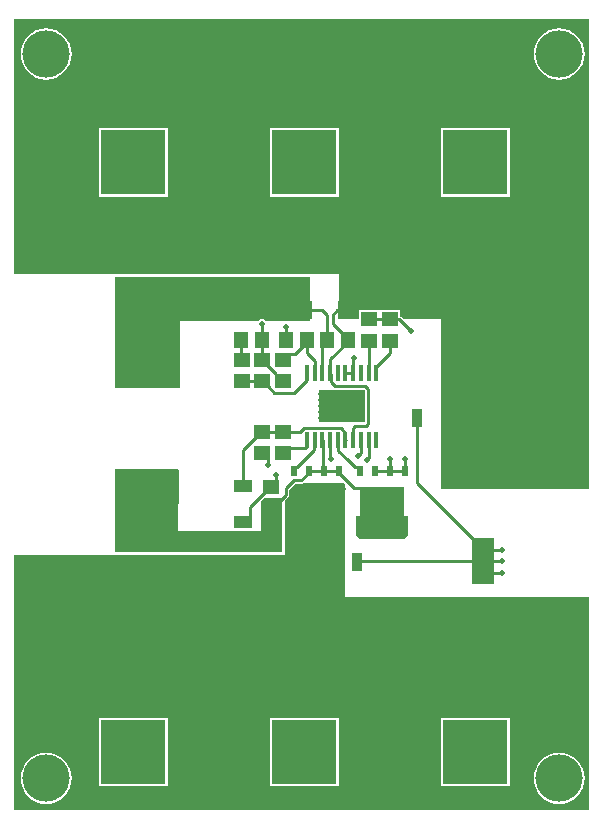
<source format=gtl>
G04*
G04 #@! TF.GenerationSoftware,Altium Limited,Altium Designer,20.0.8 (157)*
G04*
G04 Layer_Physical_Order=1*
G04 Layer_Color=255*
%FSLAX24Y24*%
%MOIN*%
G70*
G01*
G75*
%ADD12C,0.0100*%
%ADD15R,0.2126X0.1142*%
%ADD16R,0.0591X0.0413*%
%ADD17R,0.0197X0.0335*%
%ADD18R,0.1457X0.1752*%
%ADD19R,0.0350X0.0630*%
%ADD20R,0.0551X0.0472*%
%ADD21R,0.0472X0.0551*%
%ADD22R,0.0720X0.1540*%
%ADD23R,0.0140X0.0580*%
%ADD31R,0.1520X0.1080*%
%ADD35C,0.2172*%
%ADD36R,0.2172X0.2172*%
%ADD37C,0.1575*%
%ADD38C,0.0200*%
%ADD39C,0.0120*%
G36*
X37350Y37450D02*
X35876D01*
X35865Y37465D01*
X35812Y37501D01*
X35750Y37513D01*
X35688Y37501D01*
X35635Y37465D01*
X35624Y37450D01*
X33000D01*
Y35200D01*
X30850D01*
Y38900D01*
X37350D01*
Y37450D01*
D02*
G37*
G36*
X38500Y32024D02*
Y28250D01*
X46658D01*
Y21142D01*
X27492D01*
Y29650D01*
X36500D01*
Y31448D01*
X36621Y31568D01*
X36621Y31568D01*
X36645Y31605D01*
X36654Y31648D01*
Y31821D01*
X36854Y32021D01*
X37050D01*
X37050Y32021D01*
X37093Y32029D01*
X37124Y32050D01*
X38474D01*
X38500Y32024D01*
D02*
G37*
G36*
X46658Y31850D02*
X41700D01*
Y37500D01*
X40470D01*
X40386Y37584D01*
X40350Y37608D01*
X40336Y37611D01*
Y37801D01*
X39664D01*
Y37801D01*
X39636D01*
Y37801D01*
X38964D01*
Y37500D01*
X38300D01*
Y39000D01*
X27492D01*
Y47508D01*
X46658D01*
X46658Y31850D01*
D02*
G37*
G36*
X40472Y30954D02*
X40621D01*
Y30324D01*
X40464Y30166D01*
X39007D01*
X38879Y30326D01*
Y30954D01*
X39016D01*
Y31929D01*
X40472D01*
Y30954D01*
D02*
G37*
G36*
X32950Y30450D02*
X35700D01*
Y31435D01*
X35815Y31550D01*
X36400D01*
Y29750D01*
X30850D01*
Y32500D01*
X32950D01*
Y30450D01*
D02*
G37*
%LPC*%
G36*
X43996Y24228D02*
X41704D01*
Y21937D01*
X43996D01*
Y24228D01*
D02*
G37*
G36*
X38296D02*
X36004D01*
Y21937D01*
X38296D01*
Y24228D01*
D02*
G37*
G36*
X32596D02*
X30304D01*
Y21937D01*
X32596D01*
Y24228D01*
D02*
G37*
G36*
X45650Y23052D02*
X45484Y23035D01*
X45324Y22987D01*
X45177Y22908D01*
X45048Y22802D01*
X44942Y22673D01*
X44863Y22526D01*
X44815Y22366D01*
X44798Y22200D01*
X44815Y22034D01*
X44863Y21874D01*
X44942Y21727D01*
X45048Y21598D01*
X45177Y21492D01*
X45324Y21413D01*
X45484Y21365D01*
X45650Y21349D01*
X45816Y21365D01*
X45976Y21413D01*
X46123Y21492D01*
X46252Y21598D01*
X46358Y21727D01*
X46437Y21874D01*
X46485Y22034D01*
X46501Y22200D01*
X46485Y22366D01*
X46437Y22526D01*
X46358Y22673D01*
X46252Y22802D01*
X46123Y22908D01*
X45976Y22987D01*
X45816Y23035D01*
X45650Y23052D01*
D02*
G37*
G36*
X28550D02*
X28384Y23035D01*
X28224Y22987D01*
X28077Y22908D01*
X27948Y22802D01*
X27842Y22673D01*
X27763Y22526D01*
X27715Y22366D01*
X27699Y22200D01*
X27715Y22034D01*
X27763Y21874D01*
X27842Y21727D01*
X27948Y21598D01*
X28077Y21492D01*
X28224Y21413D01*
X28384Y21365D01*
X28550Y21349D01*
X28716Y21365D01*
X28876Y21413D01*
X29023Y21492D01*
X29152Y21598D01*
X29258Y21727D01*
X29337Y21874D01*
X29385Y22034D01*
X29402Y22200D01*
X29385Y22366D01*
X29337Y22526D01*
X29258Y22673D01*
X29152Y22802D01*
X29023Y22908D01*
X28876Y22987D01*
X28716Y23035D01*
X28550Y23052D01*
D02*
G37*
G36*
X45650Y47201D02*
X45484Y47185D01*
X45324Y47137D01*
X45177Y47058D01*
X45048Y46952D01*
X44942Y46823D01*
X44863Y46676D01*
X44815Y46516D01*
X44798Y46350D01*
X44815Y46184D01*
X44863Y46024D01*
X44942Y45877D01*
X45048Y45748D01*
X45177Y45642D01*
X45324Y45563D01*
X45484Y45515D01*
X45650Y45498D01*
X45816Y45515D01*
X45976Y45563D01*
X46123Y45642D01*
X46252Y45748D01*
X46358Y45877D01*
X46437Y46024D01*
X46485Y46184D01*
X46501Y46350D01*
X46485Y46516D01*
X46437Y46676D01*
X46358Y46823D01*
X46252Y46952D01*
X46123Y47058D01*
X45976Y47137D01*
X45816Y47185D01*
X45650Y47201D01*
D02*
G37*
G36*
X28550D02*
X28384Y47185D01*
X28224Y47137D01*
X28077Y47058D01*
X27948Y46952D01*
X27842Y46823D01*
X27763Y46676D01*
X27715Y46516D01*
X27699Y46350D01*
X27715Y46184D01*
X27763Y46024D01*
X27842Y45877D01*
X27948Y45748D01*
X28077Y45642D01*
X28224Y45563D01*
X28384Y45515D01*
X28550Y45498D01*
X28716Y45515D01*
X28876Y45563D01*
X29023Y45642D01*
X29152Y45748D01*
X29258Y45877D01*
X29337Y46024D01*
X29385Y46184D01*
X29402Y46350D01*
X29385Y46516D01*
X29337Y46676D01*
X29258Y46823D01*
X29152Y46952D01*
X29023Y47058D01*
X28876Y47137D01*
X28716Y47185D01*
X28550Y47201D01*
D02*
G37*
G36*
X43996Y43878D02*
X41704D01*
Y41587D01*
X43996D01*
Y43878D01*
D02*
G37*
G36*
X38296D02*
X36004D01*
Y41587D01*
X38296D01*
Y43878D01*
D02*
G37*
G36*
X32596D02*
X30304D01*
Y41587D01*
X32596D01*
Y43878D01*
D02*
G37*
%LPD*%
D12*
X35925Y35980D02*
X35929Y35967D01*
X35750Y36154D02*
X35925Y35980D01*
X36224Y35632D02*
Y35671D01*
Y35632D02*
X36411Y35446D01*
X35929Y35967D02*
X36224Y35671D01*
X36411Y35446D02*
X36450D01*
X38246Y37800D02*
X38450D01*
X38096Y37650D02*
X38246Y37800D01*
X38400Y37750D02*
X38450Y37800D01*
X35750Y33046D02*
X35764D01*
X35950Y32859D01*
Y32650D02*
Y32859D01*
X36546Y36800D02*
X36550Y36804D01*
Y37250D01*
X39040Y33055D02*
Y33490D01*
X38950Y32965D02*
X39040Y33055D01*
X38950Y32950D02*
Y32965D01*
X40000Y32450D02*
Y32850D01*
X40501Y32451D02*
X40502Y32450D01*
X40501Y32451D02*
Y32849D01*
X40500Y32850D02*
X40501Y32849D01*
X40000Y32450D02*
X40501D01*
X40502Y32450D01*
X39499Y32451D02*
X39999D01*
X40000Y32450D01*
X43100Y29435D02*
Y29490D01*
X43410Y29800D02*
X43750D01*
X43100Y29490D02*
Y29845D01*
Y29490D02*
X43410Y29800D01*
X43100Y29360D02*
Y29435D01*
Y29360D02*
X43410Y29050D01*
X43750D01*
X43100Y29435D02*
X43115Y29450D01*
X43750D01*
X38935Y29435D02*
X43100D01*
X38900Y29400D02*
X38935Y29435D01*
X40900Y32045D02*
Y34200D01*
Y32045D02*
X43100Y29845D01*
X40307Y37504D02*
X40696Y37116D01*
X40000Y37504D02*
X40307D01*
X39300D02*
X40000D01*
X37546Y31054D02*
Y31172D01*
X38224Y31850D01*
X38450D01*
X39296Y32873D02*
Y33490D01*
X39250Y32827D02*
X39296Y32873D01*
X39250Y32800D02*
Y32827D01*
X38036Y35430D02*
X38186Y35280D01*
X38016Y35710D02*
X38036Y35690D01*
X39176Y35280D02*
X39270Y35186D01*
X38186Y35280D02*
X39176D01*
X38843Y33950D02*
X39206D01*
X39270Y34014D01*
X38784Y33490D02*
Y33891D01*
X38843Y33950D01*
X39270Y34014D02*
Y35186D01*
X38036Y35430D02*
Y35690D01*
X38016Y32911D02*
Y33490D01*
Y32911D02*
X38050Y32877D01*
Y32850D02*
Y32877D01*
X36050Y31904D02*
X36200Y32054D01*
Y32300D01*
X35100Y31950D02*
Y33144D01*
X38528Y33490D02*
X38548Y33470D01*
X35100Y33144D02*
X35711Y33754D01*
X35750D01*
X36997D02*
X37132Y33890D01*
X38388D01*
X38452Y33786D02*
Y33826D01*
Y33786D02*
X38528Y33710D01*
X38388Y33890D02*
X38452Y33826D01*
X36450Y33754D02*
X36997D01*
X38528Y33490D02*
Y33710D01*
X35750Y33754D02*
X36450D01*
X36845Y32568D02*
X36898D01*
X37484Y33470D02*
X37504Y33490D01*
X37484Y33154D02*
Y33470D01*
X36898Y32568D02*
X37484Y33154D01*
X37210Y33232D02*
X37248Y33270D01*
X36636Y33232D02*
X37210D01*
X38784Y35710D02*
X38792Y35718D01*
Y36192D01*
X38800Y36200D01*
X38528Y35710D02*
X38784D01*
X35750Y36804D02*
X35754Y36800D01*
X35750Y36804D02*
Y37350D01*
X35750Y36154D02*
Y36796D01*
X35754Y36800D01*
X35976Y35240D02*
Y35259D01*
X40000Y36378D02*
Y36796D01*
X39552Y35930D02*
X40000Y36378D01*
X39552Y35710D02*
Y35930D01*
X39296Y36792D02*
X39300Y36796D01*
X39296Y35710D02*
Y36792D01*
X38604Y36761D02*
Y36800D01*
X38016Y36172D02*
X38604Y36761D01*
X38016Y35710D02*
Y36172D01*
X36450Y33046D02*
X36636Y33232D01*
X37248Y33270D02*
Y33490D01*
X36011Y31904D02*
X36050D01*
X35345Y31239D02*
X36011Y31904D01*
X35345Y30906D02*
Y31239D01*
X35189Y30750D02*
X35345Y30906D01*
X35100Y30750D02*
X35189D01*
X36050Y31196D02*
X36089D01*
X36807Y32133D02*
X37050D01*
X36541Y31648D02*
Y31867D01*
X37050Y32133D02*
X37299Y32382D01*
X36541Y31867D02*
X36807Y32133D01*
X37299Y32382D02*
Y32451D01*
X36089Y31196D02*
X36541Y31648D01*
X38851Y32568D02*
X38949D01*
X38997Y32519D01*
X38292Y33127D02*
Y33470D01*
Y33127D02*
X38572Y32847D01*
X38572D01*
X38851Y32568D01*
X38997Y32450D02*
Y32519D01*
X38272Y33490D02*
X38292Y33470D01*
X39746Y31054D02*
Y31202D01*
X39068Y31880D02*
X39746Y31202D01*
X38803Y31880D02*
X39068D01*
X38301Y32382D02*
X38803Y31880D01*
X38301Y32382D02*
Y32450D01*
X36797Y32450D02*
Y32519D01*
X36845Y32568D01*
X37799Y32451D02*
X37800Y32450D01*
X37780Y32470D02*
X37799Y32451D01*
X37780Y32470D02*
Y33470D01*
X37760Y33490D02*
X37780Y33470D01*
X37800Y32450D02*
X38301D01*
X37299Y32451D02*
X37799D01*
X38096Y37348D02*
Y37650D01*
X38604Y36800D02*
Y36839D01*
X38096Y37348D02*
X38604Y36839D01*
X37250Y37800D02*
X37750D01*
X37896Y36800D02*
Y37654D01*
X37750Y37800D02*
X37896Y37654D01*
X35789Y35446D02*
X35976Y35259D01*
Y35240D02*
X36156Y35059D01*
X36817D01*
X35750Y35446D02*
X35789D01*
X36817Y35059D02*
X37248Y35490D01*
Y35710D01*
X37760D02*
Y36664D01*
X37896Y36800D01*
X37500Y35714D02*
X37504Y35710D01*
X37500Y35714D02*
Y36129D01*
X37254Y36761D02*
Y36800D01*
Y36374D02*
Y36761D01*
Y36374D02*
X37500Y36129D01*
X36450Y36154D02*
X36636Y36341D01*
X36834D01*
X37254Y36761D01*
X35046Y36196D02*
Y36800D01*
Y36196D02*
X35080Y36162D01*
Y35454D02*
X35742D01*
X35750Y35446D01*
D15*
X31900Y35799D02*
D03*
Y31901D02*
D03*
D16*
X35100Y30750D02*
D03*
Y31950D02*
D03*
D17*
X40502Y32450D02*
D03*
X40000Y32450D02*
D03*
X39499Y32451D02*
D03*
X38997Y32450D02*
D03*
X38302Y32450D02*
D03*
X37800Y32450D02*
D03*
X37299Y32451D02*
D03*
X36797Y32450D02*
D03*
D18*
X39746Y31054D02*
D03*
X37546D02*
D03*
D19*
X38900Y29400D02*
D03*
X37700D02*
D03*
X42100Y34200D02*
D03*
X40900D02*
D03*
X37250Y37800D02*
D03*
X38450D02*
D03*
D20*
X36450Y33046D02*
D03*
Y33754D02*
D03*
X36050Y31196D02*
D03*
Y31904D02*
D03*
X35750Y33046D02*
D03*
Y33754D02*
D03*
X40000Y36796D02*
D03*
Y37504D02*
D03*
X39300Y36796D02*
D03*
Y37504D02*
D03*
X36450Y36154D02*
D03*
Y35446D02*
D03*
X35750Y35446D02*
D03*
Y36154D02*
D03*
X35080Y35454D02*
D03*
Y36162D02*
D03*
D21*
X38604Y36800D02*
D03*
X37896D02*
D03*
X36546Y36800D02*
D03*
X37254D02*
D03*
X35046D02*
D03*
X35754D02*
D03*
D22*
X43100Y32865D02*
D03*
Y29435D02*
D03*
D23*
X39552Y33490D02*
D03*
X39296D02*
D03*
X39040D02*
D03*
X38784D02*
D03*
X38528D02*
D03*
X38272D02*
D03*
X38016D02*
D03*
X37760D02*
D03*
X37504D02*
D03*
X37248D02*
D03*
Y35710D02*
D03*
X37504D02*
D03*
X37760D02*
D03*
X38016D02*
D03*
X38272D02*
D03*
X38528D02*
D03*
X38784D02*
D03*
X39040D02*
D03*
X39296D02*
D03*
X39552D02*
D03*
D31*
X38400Y34600D02*
D03*
D35*
X42850Y45567D02*
D03*
X37150D02*
D03*
X31450D02*
D03*
X42850Y25917D02*
D03*
X37150D02*
D03*
X31450D02*
D03*
D36*
X42850Y42733D02*
D03*
X37150D02*
D03*
X31450D02*
D03*
X42850Y23083D02*
D03*
X37150D02*
D03*
X31450D02*
D03*
D37*
X28550Y46350D02*
D03*
Y22200D02*
D03*
X45650D02*
D03*
Y46350D02*
D03*
D38*
X35950Y32650D02*
D03*
X36550Y39300D02*
D03*
Y37250D02*
D03*
X38950Y32950D02*
D03*
X40000Y32850D02*
D03*
X40500D02*
D03*
X43750Y29800D02*
D03*
Y29050D02*
D03*
Y29450D02*
D03*
X40696Y37116D02*
D03*
X38450Y31850D02*
D03*
X39250Y32800D02*
D03*
X38050Y32850D02*
D03*
X36200Y32300D02*
D03*
X38800Y36200D02*
D03*
X35750Y37350D02*
D03*
D39*
X38450Y34800D02*
D03*
Y35000D02*
D03*
X38650Y34800D02*
D03*
X38850Y35000D02*
D03*
Y34600D02*
D03*
X38650D02*
D03*
X38450D02*
D03*
X38250D02*
D03*
X38050D02*
D03*
Y34800D02*
D03*
X38250D02*
D03*
X38850D02*
D03*
X38650Y35000D02*
D03*
X38250D02*
D03*
X38050D02*
D03*
X37850D02*
D03*
Y34800D02*
D03*
Y34600D02*
D03*
X37650Y35000D02*
D03*
Y34800D02*
D03*
Y34600D02*
D03*
Y34200D02*
D03*
Y34400D02*
D03*
X37850D02*
D03*
Y34200D02*
D03*
X38050Y34400D02*
D03*
X38250D02*
D03*
X38450D02*
D03*
X38650D02*
D03*
X38850D02*
D03*
X39050Y35000D02*
D03*
Y34800D02*
D03*
Y34600D02*
D03*
Y34400D02*
D03*
Y34200D02*
D03*
X38850D02*
D03*
X38650D02*
D03*
X38450D02*
D03*
X38250D02*
D03*
X38050D02*
D03*
M02*

</source>
